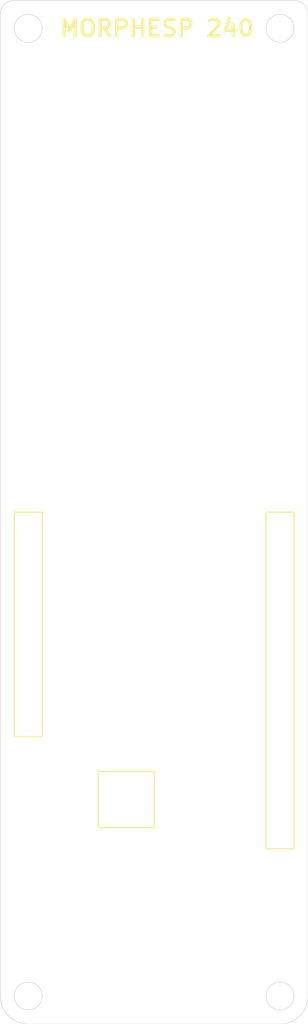
<source format=kicad_pcb>
(kicad_pcb (version 20171130) (host pcbnew "(5.1.6)-1")

  (general
    (thickness 1.6)
    (drawings 29)
    (tracks 0)
    (zones 0)
    (modules 0)
    (nets 1)
  )

  (page A4)
  (title_block
    (title "ESP32-S2 DEV")
    (date 2020-08-02)
    (rev 1.2)
    (company www.morpheans.com)
    (comment 1 "Dr CADIC Philippe")
  )

  (layers
    (0 F.Cu signal)
    (31 B.Cu signal)
    (32 B.Adhes user)
    (33 F.Adhes user)
    (34 B.Paste user)
    (35 F.Paste user)
    (36 B.SilkS user)
    (37 F.SilkS user)
    (38 B.Mask user)
    (39 F.Mask user)
    (40 Dwgs.User user)
    (41 Cmts.User user)
    (42 Eco1.User user)
    (43 Eco2.User user)
    (44 Edge.Cuts user)
    (45 Margin user)
    (46 B.CrtYd user)
    (47 F.CrtYd user)
    (48 B.Fab user)
    (49 F.Fab user)
  )

  (setup
    (last_trace_width 0.25)
    (trace_clearance 0.2)
    (zone_clearance 0.508)
    (zone_45_only no)
    (trace_min 0.2)
    (via_size 0.8)
    (via_drill 0.4)
    (via_min_size 0.4)
    (via_min_drill 0.3)
    (uvia_size 0.3)
    (uvia_drill 0.1)
    (uvias_allowed no)
    (uvia_min_size 0.2)
    (uvia_min_drill 0.1)
    (edge_width 0.05)
    (segment_width 0.2)
    (pcb_text_width 0.3)
    (pcb_text_size 1.5 1.5)
    (mod_edge_width 0.12)
    (mod_text_size 1 1)
    (mod_text_width 0.15)
    (pad_size 1.524 1.524)
    (pad_drill 0.762)
    (pad_to_mask_clearance 0.05)
    (aux_axis_origin 0 0)
    (visible_elements 7FFFFFFF)
    (pcbplotparams
      (layerselection 0x010fc_ffffffff)
      (usegerberextensions false)
      (usegerberattributes true)
      (usegerberadvancedattributes true)
      (creategerberjobfile true)
      (excludeedgelayer true)
      (linewidth 0.100000)
      (plotframeref false)
      (viasonmask false)
      (mode 1)
      (useauxorigin false)
      (hpglpennumber 1)
      (hpglpenspeed 20)
      (hpglpendiameter 15.000000)
      (psnegative false)
      (psa4output false)
      (plotreference true)
      (plotvalue true)
      (plotinvisibletext false)
      (padsonsilk false)
      (subtractmaskfromsilk false)
      (outputformat 1)
      (mirror false)
      (drillshape 0)
      (scaleselection 1)
      (outputdirectory "gerber12/"))
  )

  (net 0 "")

  (net_class Default "This is the default net class."
    (clearance 0.2)
    (trace_width 0.25)
    (via_dia 0.8)
    (via_drill 0.4)
    (uvia_dia 0.3)
    (uvia_drill 0.1)
  )

  (gr_line (start 106.68 112.395) (end 106.68 81.915) (layer F.SilkS) (width 0.12) (tstamp 5F2AB381))
  (gr_line (start 109.22 112.395) (end 106.68 112.395) (layer F.SilkS) (width 0.12))
  (gr_line (start 109.22 81.915) (end 109.22 112.395) (layer F.SilkS) (width 0.12))
  (gr_line (start 106.68 81.915) (end 109.22 81.915) (layer F.SilkS) (width 0.12))
  (gr_line (start 86.36 102.235) (end 86.36 81.915) (layer F.SilkS) (width 0.12) (tstamp 5F2AB35D))
  (gr_line (start 83.82 102.235) (end 86.36 102.235) (layer F.SilkS) (width 0.12))
  (gr_line (start 83.82 81.915) (end 83.82 102.235) (layer F.SilkS) (width 0.12))
  (gr_line (start 86.36 81.915) (end 83.82 81.915) (layer F.SilkS) (width 0.12))
  (gr_line (start 91.44 110.49) (end 91.44 105.41) (layer F.SilkS) (width 0.12) (tstamp 5F2AB331))
  (gr_line (start 96.52 110.49) (end 91.44 110.49) (layer F.SilkS) (width 0.12))
  (gr_line (start 96.52 105.41) (end 96.52 110.49) (layer F.SilkS) (width 0.12))
  (gr_line (start 91.44 105.41) (end 96.52 105.41) (layer F.SilkS) (width 0.12))
  (gr_text "MORPHESP 240" (at 96.774 38.1) (layer F.SilkS)
    (effects (font (size 1.5 1.5) (thickness 0.3)))
  )
  (gr_circle (center 107.95 38.1) (end 109.22 38.1) (layer Edge.Cuts) (width 0.05))
  (gr_circle (center 85.09 38.1) (end 86.36 38.1) (layer Edge.Cuts) (width 0.05))
  (gr_arc (start 109.22 36.83) (end 110.49 36.83) (angle -90) (layer Edge.Cuts) (width 0.05))
  (gr_arc (start 83.82 36.83) (end 83.82 35.56) (angle -90) (layer Edge.Cuts) (width 0.05))
  (gr_line (start 110.49 36.83) (end 110.49 40.64) (layer Edge.Cuts) (width 0.05) (tstamp 5F2AB2DF))
  (gr_line (start 83.82 35.56) (end 109.22 35.56) (layer Edge.Cuts) (width 0.05))
  (gr_line (start 82.55 40.64) (end 82.55 36.83) (layer Edge.Cuts) (width 0.05))
  (gr_line (start 82.55 41.91) (end 82.55 125.73) (layer Edge.Cuts) (width 0.05))
  (gr_line (start 110.49 41.91) (end 110.49 125.73) (layer Edge.Cuts) (width 0.05))
  (gr_line (start 82.55 41.91) (end 82.55 40.64) (layer Edge.Cuts) (width 0.05))
  (gr_line (start 110.49 41.91) (end 110.49 40.64) (layer Edge.Cuts) (width 0.05))
  (gr_line (start 85.09 128.27) (end 107.95 128.27) (layer Edge.Cuts) (width 0.05))
  (gr_arc (start 85.09 125.73) (end 82.55 125.73) (angle -90) (layer Edge.Cuts) (width 0.05))
  (gr_arc (start 107.95 125.73) (end 107.95 128.27) (angle -90) (layer Edge.Cuts) (width 0.05))
  (gr_circle (center 85.09 125.73) (end 86.36 125.73) (layer Edge.Cuts) (width 0.05))
  (gr_circle (center 107.95 125.73) (end 107.95 124.46) (layer Edge.Cuts) (width 0.05))

)

</source>
